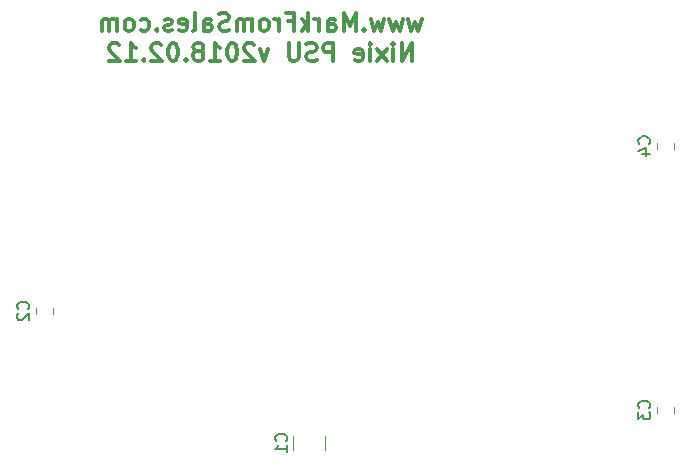
<source format=gbr>
G04 #@! TF.GenerationSoftware,KiCad,Pcbnew,(5.0.2)-1*
G04 #@! TF.CreationDate,2019-02-12T20:31:54-06:00*
G04 #@! TF.ProjectId,Nixie-PSU,4e697869-652d-4505-9355-2e6b69636164,rev?*
G04 #@! TF.SameCoordinates,Original*
G04 #@! TF.FileFunction,Legend,Bot*
G04 #@! TF.FilePolarity,Positive*
%FSLAX46Y46*%
G04 Gerber Fmt 4.6, Leading zero omitted, Abs format (unit mm)*
G04 Created by KiCad (PCBNEW (5.0.2)-1) date 2/12/2019 8:31:54 PM*
%MOMM*%
%LPD*%
G01*
G04 APERTURE LIST*
%ADD10C,0.300000*%
%ADD11C,0.120000*%
%ADD12C,0.150000*%
G04 APERTURE END LIST*
D10*
X141877142Y-55553571D02*
X141591428Y-56553571D01*
X141305714Y-55839285D01*
X141020000Y-56553571D01*
X140734285Y-55553571D01*
X140305714Y-55553571D02*
X140020000Y-56553571D01*
X139734285Y-55839285D01*
X139448571Y-56553571D01*
X139162857Y-55553571D01*
X138734285Y-55553571D02*
X138448571Y-56553571D01*
X138162857Y-55839285D01*
X137877142Y-56553571D01*
X137591428Y-55553571D01*
X137020000Y-56410714D02*
X136948571Y-56482142D01*
X137020000Y-56553571D01*
X137091428Y-56482142D01*
X137020000Y-56410714D01*
X137020000Y-56553571D01*
X136305714Y-56553571D02*
X136305714Y-55053571D01*
X135805714Y-56125000D01*
X135305714Y-55053571D01*
X135305714Y-56553571D01*
X133948571Y-56553571D02*
X133948571Y-55767857D01*
X134020000Y-55625000D01*
X134162857Y-55553571D01*
X134448571Y-55553571D01*
X134591428Y-55625000D01*
X133948571Y-56482142D02*
X134091428Y-56553571D01*
X134448571Y-56553571D01*
X134591428Y-56482142D01*
X134662857Y-56339285D01*
X134662857Y-56196428D01*
X134591428Y-56053571D01*
X134448571Y-55982142D01*
X134091428Y-55982142D01*
X133948571Y-55910714D01*
X133234285Y-56553571D02*
X133234285Y-55553571D01*
X133234285Y-55839285D02*
X133162857Y-55696428D01*
X133091428Y-55625000D01*
X132948571Y-55553571D01*
X132805714Y-55553571D01*
X132305714Y-56553571D02*
X132305714Y-55053571D01*
X132162857Y-55982142D02*
X131734285Y-56553571D01*
X131734285Y-55553571D02*
X132305714Y-56125000D01*
X130591428Y-55767857D02*
X131091428Y-55767857D01*
X131091428Y-56553571D02*
X131091428Y-55053571D01*
X130377142Y-55053571D01*
X129805714Y-56553571D02*
X129805714Y-55553571D01*
X129805714Y-55839285D02*
X129734285Y-55696428D01*
X129662857Y-55625000D01*
X129520000Y-55553571D01*
X129377142Y-55553571D01*
X128662857Y-56553571D02*
X128805714Y-56482142D01*
X128877142Y-56410714D01*
X128948571Y-56267857D01*
X128948571Y-55839285D01*
X128877142Y-55696428D01*
X128805714Y-55625000D01*
X128662857Y-55553571D01*
X128448571Y-55553571D01*
X128305714Y-55625000D01*
X128234285Y-55696428D01*
X128162857Y-55839285D01*
X128162857Y-56267857D01*
X128234285Y-56410714D01*
X128305714Y-56482142D01*
X128448571Y-56553571D01*
X128662857Y-56553571D01*
X127520000Y-56553571D02*
X127520000Y-55553571D01*
X127520000Y-55696428D02*
X127448571Y-55625000D01*
X127305714Y-55553571D01*
X127091428Y-55553571D01*
X126948571Y-55625000D01*
X126877142Y-55767857D01*
X126877142Y-56553571D01*
X126877142Y-55767857D02*
X126805714Y-55625000D01*
X126662857Y-55553571D01*
X126448571Y-55553571D01*
X126305714Y-55625000D01*
X126234285Y-55767857D01*
X126234285Y-56553571D01*
X125591428Y-56482142D02*
X125377142Y-56553571D01*
X125020000Y-56553571D01*
X124877142Y-56482142D01*
X124805714Y-56410714D01*
X124734285Y-56267857D01*
X124734285Y-56125000D01*
X124805714Y-55982142D01*
X124877142Y-55910714D01*
X125020000Y-55839285D01*
X125305714Y-55767857D01*
X125448571Y-55696428D01*
X125520000Y-55625000D01*
X125591428Y-55482142D01*
X125591428Y-55339285D01*
X125520000Y-55196428D01*
X125448571Y-55125000D01*
X125305714Y-55053571D01*
X124948571Y-55053571D01*
X124734285Y-55125000D01*
X123448571Y-56553571D02*
X123448571Y-55767857D01*
X123520000Y-55625000D01*
X123662857Y-55553571D01*
X123948571Y-55553571D01*
X124091428Y-55625000D01*
X123448571Y-56482142D02*
X123591428Y-56553571D01*
X123948571Y-56553571D01*
X124091428Y-56482142D01*
X124162857Y-56339285D01*
X124162857Y-56196428D01*
X124091428Y-56053571D01*
X123948571Y-55982142D01*
X123591428Y-55982142D01*
X123448571Y-55910714D01*
X122520000Y-56553571D02*
X122662857Y-56482142D01*
X122734285Y-56339285D01*
X122734285Y-55053571D01*
X121377142Y-56482142D02*
X121520000Y-56553571D01*
X121805714Y-56553571D01*
X121948571Y-56482142D01*
X122020000Y-56339285D01*
X122020000Y-55767857D01*
X121948571Y-55625000D01*
X121805714Y-55553571D01*
X121520000Y-55553571D01*
X121377142Y-55625000D01*
X121305714Y-55767857D01*
X121305714Y-55910714D01*
X122020000Y-56053571D01*
X120734285Y-56482142D02*
X120591428Y-56553571D01*
X120305714Y-56553571D01*
X120162857Y-56482142D01*
X120091428Y-56339285D01*
X120091428Y-56267857D01*
X120162857Y-56125000D01*
X120305714Y-56053571D01*
X120520000Y-56053571D01*
X120662857Y-55982142D01*
X120734285Y-55839285D01*
X120734285Y-55767857D01*
X120662857Y-55625000D01*
X120520000Y-55553571D01*
X120305714Y-55553571D01*
X120162857Y-55625000D01*
X119448571Y-56410714D02*
X119377142Y-56482142D01*
X119448571Y-56553571D01*
X119520000Y-56482142D01*
X119448571Y-56410714D01*
X119448571Y-56553571D01*
X118091428Y-56482142D02*
X118234285Y-56553571D01*
X118520000Y-56553571D01*
X118662857Y-56482142D01*
X118734285Y-56410714D01*
X118805714Y-56267857D01*
X118805714Y-55839285D01*
X118734285Y-55696428D01*
X118662857Y-55625000D01*
X118520000Y-55553571D01*
X118234285Y-55553571D01*
X118091428Y-55625000D01*
X117234285Y-56553571D02*
X117377142Y-56482142D01*
X117448571Y-56410714D01*
X117520000Y-56267857D01*
X117520000Y-55839285D01*
X117448571Y-55696428D01*
X117377142Y-55625000D01*
X117234285Y-55553571D01*
X117020000Y-55553571D01*
X116877142Y-55625000D01*
X116805714Y-55696428D01*
X116734285Y-55839285D01*
X116734285Y-56267857D01*
X116805714Y-56410714D01*
X116877142Y-56482142D01*
X117020000Y-56553571D01*
X117234285Y-56553571D01*
X116091428Y-56553571D02*
X116091428Y-55553571D01*
X116091428Y-55696428D02*
X116020000Y-55625000D01*
X115877142Y-55553571D01*
X115662857Y-55553571D01*
X115520000Y-55625000D01*
X115448571Y-55767857D01*
X115448571Y-56553571D01*
X115448571Y-55767857D02*
X115377142Y-55625000D01*
X115234285Y-55553571D01*
X115020000Y-55553571D01*
X114877142Y-55625000D01*
X114805714Y-55767857D01*
X114805714Y-56553571D01*
X141055714Y-59103571D02*
X141055714Y-57603571D01*
X140198571Y-59103571D01*
X140198571Y-57603571D01*
X139484285Y-59103571D02*
X139484285Y-58103571D01*
X139484285Y-57603571D02*
X139555714Y-57675000D01*
X139484285Y-57746428D01*
X139412857Y-57675000D01*
X139484285Y-57603571D01*
X139484285Y-57746428D01*
X138912857Y-59103571D02*
X138127142Y-58103571D01*
X138912857Y-58103571D02*
X138127142Y-59103571D01*
X137555714Y-59103571D02*
X137555714Y-58103571D01*
X137555714Y-57603571D02*
X137627142Y-57675000D01*
X137555714Y-57746428D01*
X137484285Y-57675000D01*
X137555714Y-57603571D01*
X137555714Y-57746428D01*
X136270000Y-59032142D02*
X136412857Y-59103571D01*
X136698571Y-59103571D01*
X136841428Y-59032142D01*
X136912857Y-58889285D01*
X136912857Y-58317857D01*
X136841428Y-58175000D01*
X136698571Y-58103571D01*
X136412857Y-58103571D01*
X136270000Y-58175000D01*
X136198571Y-58317857D01*
X136198571Y-58460714D01*
X136912857Y-58603571D01*
X134412857Y-59103571D02*
X134412857Y-57603571D01*
X133841428Y-57603571D01*
X133698571Y-57675000D01*
X133627142Y-57746428D01*
X133555714Y-57889285D01*
X133555714Y-58103571D01*
X133627142Y-58246428D01*
X133698571Y-58317857D01*
X133841428Y-58389285D01*
X134412857Y-58389285D01*
X132984285Y-59032142D02*
X132770000Y-59103571D01*
X132412857Y-59103571D01*
X132270000Y-59032142D01*
X132198571Y-58960714D01*
X132127142Y-58817857D01*
X132127142Y-58675000D01*
X132198571Y-58532142D01*
X132270000Y-58460714D01*
X132412857Y-58389285D01*
X132698571Y-58317857D01*
X132841428Y-58246428D01*
X132912857Y-58175000D01*
X132984285Y-58032142D01*
X132984285Y-57889285D01*
X132912857Y-57746428D01*
X132841428Y-57675000D01*
X132698571Y-57603571D01*
X132341428Y-57603571D01*
X132127142Y-57675000D01*
X131484285Y-57603571D02*
X131484285Y-58817857D01*
X131412857Y-58960714D01*
X131341428Y-59032142D01*
X131198571Y-59103571D01*
X130912857Y-59103571D01*
X130770000Y-59032142D01*
X130698571Y-58960714D01*
X130627142Y-58817857D01*
X130627142Y-57603571D01*
X128912857Y-58103571D02*
X128555714Y-59103571D01*
X128198571Y-58103571D01*
X127698571Y-57746428D02*
X127627142Y-57675000D01*
X127484285Y-57603571D01*
X127127142Y-57603571D01*
X126984285Y-57675000D01*
X126912857Y-57746428D01*
X126841428Y-57889285D01*
X126841428Y-58032142D01*
X126912857Y-58246428D01*
X127770000Y-59103571D01*
X126841428Y-59103571D01*
X125912857Y-57603571D02*
X125770000Y-57603571D01*
X125627142Y-57675000D01*
X125555714Y-57746428D01*
X125484285Y-57889285D01*
X125412857Y-58175000D01*
X125412857Y-58532142D01*
X125484285Y-58817857D01*
X125555714Y-58960714D01*
X125627142Y-59032142D01*
X125770000Y-59103571D01*
X125912857Y-59103571D01*
X126055714Y-59032142D01*
X126127142Y-58960714D01*
X126198571Y-58817857D01*
X126270000Y-58532142D01*
X126270000Y-58175000D01*
X126198571Y-57889285D01*
X126127142Y-57746428D01*
X126055714Y-57675000D01*
X125912857Y-57603571D01*
X123984285Y-59103571D02*
X124841428Y-59103571D01*
X124412857Y-59103571D02*
X124412857Y-57603571D01*
X124555714Y-57817857D01*
X124698571Y-57960714D01*
X124841428Y-58032142D01*
X123127142Y-58246428D02*
X123270000Y-58175000D01*
X123341428Y-58103571D01*
X123412857Y-57960714D01*
X123412857Y-57889285D01*
X123341428Y-57746428D01*
X123270000Y-57675000D01*
X123127142Y-57603571D01*
X122841428Y-57603571D01*
X122698571Y-57675000D01*
X122627142Y-57746428D01*
X122555714Y-57889285D01*
X122555714Y-57960714D01*
X122627142Y-58103571D01*
X122698571Y-58175000D01*
X122841428Y-58246428D01*
X123127142Y-58246428D01*
X123270000Y-58317857D01*
X123341428Y-58389285D01*
X123412857Y-58532142D01*
X123412857Y-58817857D01*
X123341428Y-58960714D01*
X123270000Y-59032142D01*
X123127142Y-59103571D01*
X122841428Y-59103571D01*
X122698571Y-59032142D01*
X122627142Y-58960714D01*
X122555714Y-58817857D01*
X122555714Y-58532142D01*
X122627142Y-58389285D01*
X122698571Y-58317857D01*
X122841428Y-58246428D01*
X121912857Y-58960714D02*
X121841428Y-59032142D01*
X121912857Y-59103571D01*
X121984285Y-59032142D01*
X121912857Y-58960714D01*
X121912857Y-59103571D01*
X120912857Y-57603571D02*
X120770000Y-57603571D01*
X120627142Y-57675000D01*
X120555714Y-57746428D01*
X120484285Y-57889285D01*
X120412857Y-58175000D01*
X120412857Y-58532142D01*
X120484285Y-58817857D01*
X120555714Y-58960714D01*
X120627142Y-59032142D01*
X120770000Y-59103571D01*
X120912857Y-59103571D01*
X121055714Y-59032142D01*
X121127142Y-58960714D01*
X121198571Y-58817857D01*
X121270000Y-58532142D01*
X121270000Y-58175000D01*
X121198571Y-57889285D01*
X121127142Y-57746428D01*
X121055714Y-57675000D01*
X120912857Y-57603571D01*
X119841428Y-57746428D02*
X119770000Y-57675000D01*
X119627142Y-57603571D01*
X119270000Y-57603571D01*
X119127142Y-57675000D01*
X119055714Y-57746428D01*
X118984285Y-57889285D01*
X118984285Y-58032142D01*
X119055714Y-58246428D01*
X119912857Y-59103571D01*
X118984285Y-59103571D01*
X118341428Y-58960714D02*
X118270000Y-59032142D01*
X118341428Y-59103571D01*
X118412857Y-59032142D01*
X118341428Y-58960714D01*
X118341428Y-59103571D01*
X116841428Y-59103571D02*
X117698571Y-59103571D01*
X117270000Y-59103571D02*
X117270000Y-57603571D01*
X117412857Y-57817857D01*
X117555714Y-57960714D01*
X117698571Y-58032142D01*
X116270000Y-57746428D02*
X116198571Y-57675000D01*
X116055714Y-57603571D01*
X115698571Y-57603571D01*
X115555714Y-57675000D01*
X115484285Y-57746428D01*
X115412857Y-57889285D01*
X115412857Y-58032142D01*
X115484285Y-58246428D01*
X116341428Y-59103571D01*
X115412857Y-59103571D01*
D11*
G04 #@! TO.C,C1*
X133694000Y-92042064D02*
X133694000Y-90837936D01*
X130974000Y-92042064D02*
X130974000Y-90837936D01*
G04 #@! TO.C,C2*
X110692000Y-80516252D02*
X110692000Y-79993748D01*
X109272000Y-80516252D02*
X109272000Y-79993748D01*
G04 #@! TO.C,C3*
X163270000Y-88393748D02*
X163270000Y-88916252D01*
X161850000Y-88393748D02*
X161850000Y-88916252D01*
G04 #@! TO.C,C4*
X161850000Y-66023748D02*
X161850000Y-66546252D01*
X163270000Y-66023748D02*
X163270000Y-66546252D01*
G04 #@! TO.C,C1*
D12*
X130405142Y-91273333D02*
X130452761Y-91225714D01*
X130500380Y-91082857D01*
X130500380Y-90987619D01*
X130452761Y-90844761D01*
X130357523Y-90749523D01*
X130262285Y-90701904D01*
X130071809Y-90654285D01*
X129928952Y-90654285D01*
X129738476Y-90701904D01*
X129643238Y-90749523D01*
X129548000Y-90844761D01*
X129500380Y-90987619D01*
X129500380Y-91082857D01*
X129548000Y-91225714D01*
X129595619Y-91273333D01*
X130500380Y-92225714D02*
X130500380Y-91654285D01*
X130500380Y-91940000D02*
X129500380Y-91940000D01*
X129643238Y-91844761D01*
X129738476Y-91749523D01*
X129786095Y-91654285D01*
G04 #@! TO.C,C2*
X108561142Y-80097333D02*
X108608761Y-80049714D01*
X108656380Y-79906857D01*
X108656380Y-79811619D01*
X108608761Y-79668761D01*
X108513523Y-79573523D01*
X108418285Y-79525904D01*
X108227809Y-79478285D01*
X108084952Y-79478285D01*
X107894476Y-79525904D01*
X107799238Y-79573523D01*
X107704000Y-79668761D01*
X107656380Y-79811619D01*
X107656380Y-79906857D01*
X107704000Y-80049714D01*
X107751619Y-80097333D01*
X107751619Y-80478285D02*
X107704000Y-80525904D01*
X107656380Y-80621142D01*
X107656380Y-80859238D01*
X107704000Y-80954476D01*
X107751619Y-81002095D01*
X107846857Y-81049714D01*
X107942095Y-81049714D01*
X108084952Y-81002095D01*
X108656380Y-80430666D01*
X108656380Y-81049714D01*
G04 #@! TO.C,C3*
X161139142Y-88479333D02*
X161186761Y-88431714D01*
X161234380Y-88288857D01*
X161234380Y-88193619D01*
X161186761Y-88050761D01*
X161091523Y-87955523D01*
X160996285Y-87907904D01*
X160805809Y-87860285D01*
X160662952Y-87860285D01*
X160472476Y-87907904D01*
X160377238Y-87955523D01*
X160282000Y-88050761D01*
X160234380Y-88193619D01*
X160234380Y-88288857D01*
X160282000Y-88431714D01*
X160329619Y-88479333D01*
X160234380Y-88812666D02*
X160234380Y-89431714D01*
X160615333Y-89098380D01*
X160615333Y-89241238D01*
X160662952Y-89336476D01*
X160710571Y-89384095D01*
X160805809Y-89431714D01*
X161043904Y-89431714D01*
X161139142Y-89384095D01*
X161186761Y-89336476D01*
X161234380Y-89241238D01*
X161234380Y-88955523D01*
X161186761Y-88860285D01*
X161139142Y-88812666D01*
G04 #@! TO.C,C4*
X161139142Y-66118333D02*
X161186761Y-66070714D01*
X161234380Y-65927857D01*
X161234380Y-65832619D01*
X161186761Y-65689761D01*
X161091523Y-65594523D01*
X160996285Y-65546904D01*
X160805809Y-65499285D01*
X160662952Y-65499285D01*
X160472476Y-65546904D01*
X160377238Y-65594523D01*
X160282000Y-65689761D01*
X160234380Y-65832619D01*
X160234380Y-65927857D01*
X160282000Y-66070714D01*
X160329619Y-66118333D01*
X160567714Y-66975476D02*
X161234380Y-66975476D01*
X160186761Y-66737380D02*
X160901047Y-66499285D01*
X160901047Y-67118333D01*
G04 #@! TD*
M02*

</source>
